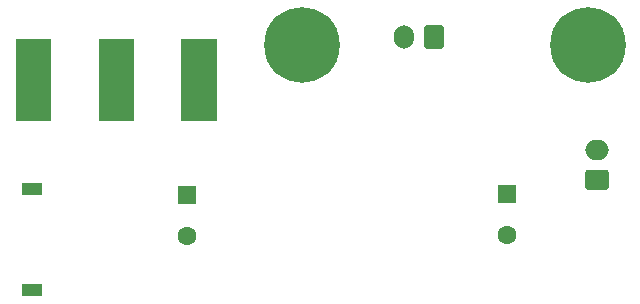
<source format=gbr>
%TF.GenerationSoftware,KiCad,Pcbnew,(5.1.9)-1*%
%TF.CreationDate,2021-11-10T21:50:44+01:00*%
%TF.ProjectId,smoke_extractor,736d6f6b-655f-4657-9874-726163746f72,rev?*%
%TF.SameCoordinates,Original*%
%TF.FileFunction,Soldermask,Bot*%
%TF.FilePolarity,Negative*%
%FSLAX46Y46*%
G04 Gerber Fmt 4.6, Leading zero omitted, Abs format (unit mm)*
G04 Created by KiCad (PCBNEW (5.1.9)-1) date 2021-11-10 21:50:44*
%MOMM*%
%LPD*%
G01*
G04 APERTURE LIST*
%ADD10C,0.800000*%
%ADD11C,6.400000*%
%ADD12O,2.000000X1.700000*%
%ADD13O,1.700000X2.000000*%
%ADD14C,1.600000*%
%ADD15R,1.600000X1.600000*%
%ADD16C,0.100000*%
G04 APERTURE END LIST*
D10*
%TO.C,H2*%
X145397056Y-71302944D03*
X143700000Y-70600000D03*
X142002944Y-71302944D03*
X141300000Y-73000000D03*
X142002944Y-74697056D03*
X143700000Y-75400000D03*
X145397056Y-74697056D03*
X146100000Y-73000000D03*
D11*
X143700000Y-73000000D03*
%TD*%
D12*
%TO.C,J3*%
X144500000Y-81900000D03*
G36*
G01*
X145250000Y-85250000D02*
X143750000Y-85250000D01*
G75*
G02*
X143500000Y-85000000I0J250000D01*
G01*
X143500000Y-83800000D01*
G75*
G02*
X143750000Y-83550000I250000J0D01*
G01*
X145250000Y-83550000D01*
G75*
G02*
X145500000Y-83800000I0J-250000D01*
G01*
X145500000Y-85000000D01*
G75*
G02*
X145250000Y-85250000I-250000J0D01*
G01*
G37*
%TD*%
D13*
%TO.C,J2*%
X128200000Y-72300000D03*
G36*
G01*
X131550000Y-71550000D02*
X131550000Y-73050000D01*
G75*
G02*
X131300000Y-73300000I-250000J0D01*
G01*
X130100000Y-73300000D01*
G75*
G02*
X129850000Y-73050000I0J250000D01*
G01*
X129850000Y-71550000D01*
G75*
G02*
X130100000Y-71300000I250000J0D01*
G01*
X131300000Y-71300000D01*
G75*
G02*
X131550000Y-71550000I0J-250000D01*
G01*
G37*
%TD*%
D14*
%TO.C,C3*%
X109750000Y-89150000D03*
D15*
X109750000Y-85650000D03*
%TD*%
D10*
%TO.C,H1*%
X121197056Y-71302944D03*
X119500000Y-70600000D03*
X117802944Y-71302944D03*
X117100000Y-73000000D03*
X117802944Y-74697056D03*
X119500000Y-75400000D03*
X121197056Y-74697056D03*
X121900000Y-73000000D03*
D11*
X119500000Y-73000000D03*
%TD*%
D16*
%TO.C,U2*%
G36*
X97500000Y-84700000D02*
G01*
X97500000Y-85700000D01*
X95800000Y-85700000D01*
X95800000Y-84700000D01*
X97500000Y-84700000D01*
G37*
G36*
X97500000Y-93250000D02*
G01*
X97500000Y-94250000D01*
X95800000Y-94250000D01*
X95800000Y-93250000D01*
X97500000Y-93250000D01*
G37*
%TD*%
%TO.C,SW1*%
G36*
X95300000Y-79450000D02*
G01*
X95300000Y-72450000D01*
X98300000Y-72450000D01*
X98300000Y-79450000D01*
X95300000Y-79450000D01*
G37*
G36*
X102300000Y-79450000D02*
G01*
X102300000Y-72450000D01*
X105300000Y-72450000D01*
X105300000Y-79450000D01*
X102300000Y-79450000D01*
G37*
G36*
X109300000Y-79450000D02*
G01*
X109300000Y-72450000D01*
X112300000Y-72450000D01*
X112300000Y-79450000D01*
X109300000Y-79450000D01*
G37*
%TD*%
D14*
%TO.C,C8*%
X136850000Y-89100000D03*
D15*
X136850000Y-85600000D03*
%TD*%
M02*

</source>
